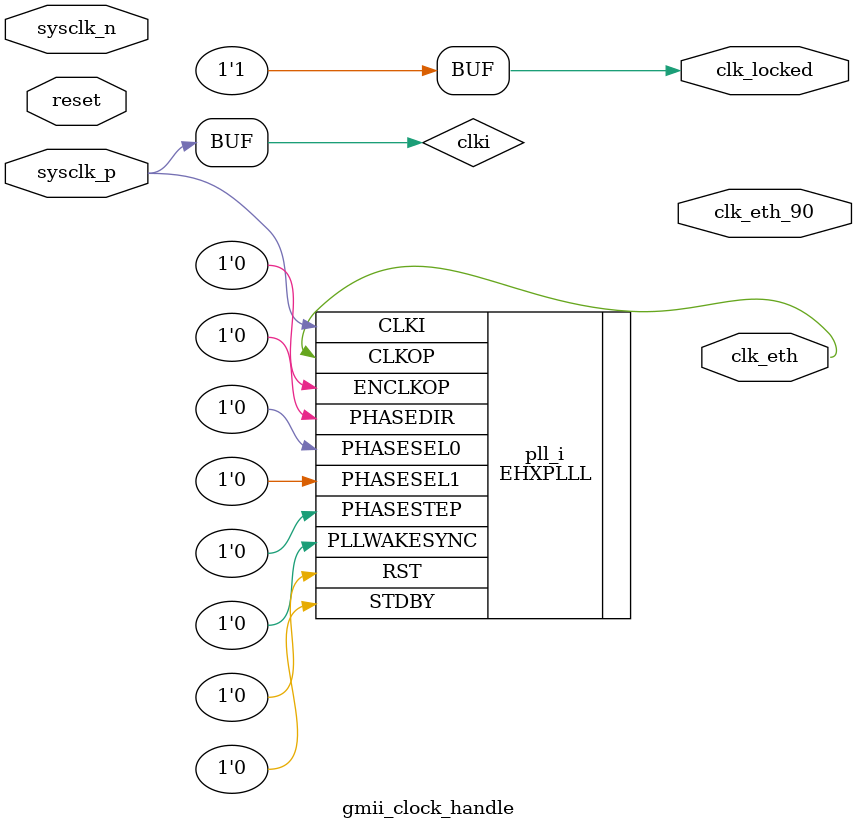
<source format=v>
module gmii_clock_handle(
        input sysclk_p,  // 100 MHz
	input sysclk_n,  // not used
	input reset,     // not used
        output clk_eth,  // 125 MHz
	output clk_eth_90,  // XXX not implemented
	output clk_locked   // faked
);
wire clki = sysclk_p;
assign clk_locked = 1;

    (* ICP_CURRENT="12" *) (* LPF_RESISTOR="8" *) (* MFG_ENABLE_FILTEROPAMP="1" *) (* MFG_GMCREF_SEL="2" *)
    EHXPLLL #(
        .PLLRST_ENA("DISABLED"),
        .INTFB_WAKE("DISABLED"),
        .STDBY_ENABLE("DISABLED"),
        .DPHASE_SOURCE("DISABLED"),
        .CLKOP_FPHASE(0),
        .CLKOP_CPHASE(11),
        .OUTDIVIDER_MUXA("DIVA"),
        .CLKOP_ENABLE("ENABLED"),
        .CLKOS_ENABLE("ENABLED"),  // drives the feedback path
        // VCO range 400 to 800 MHz
        // phase detector input rated 10 to 400 MHz
        .CLKOP_DIV(4),  // 500 MHz / 4 = 125 MHz CLKOP
        .CLKOS_DIV(5),  // 500 MHz / 5 = 100 MHz CLKOS
        .CLKFB_DIV(1),  // 100 MHz / 1 = 100 MHz at phase detector
        .CLKI_DIV(1),   // 100 MHz / 1 = 100 MHz at phase detector
        // Parameter FEEDBK_PATH configures muxes "Internal Feedback" and
        // "FBKSEL" shown in TN1263 Figure 23.
        // Its valid values within Symbiflow are shown in
        // https://symbiflow.github.io/prjtrellis-db/ECP5/tilehtml/PLL0_UL.html
        // and fuzzers/ECP5/091-pll_config/fuzzer.py
        .FEEDBK_PATH("INT_OS")
    ) pll_i (
        .CLKI(clki),
        .CLKOP(clk_eth),
        .RST(1'b0),
        .STDBY(1'b0),
        .PHASESEL0(1'b0),
        .PHASESEL1(1'b0),
        .PHASEDIR(1'b0),
        .PHASESTEP(1'b0),
        .PLLWAKESYNC(1'b0),
        .ENCLKOP(1'b0)
    );
endmodule

</source>
